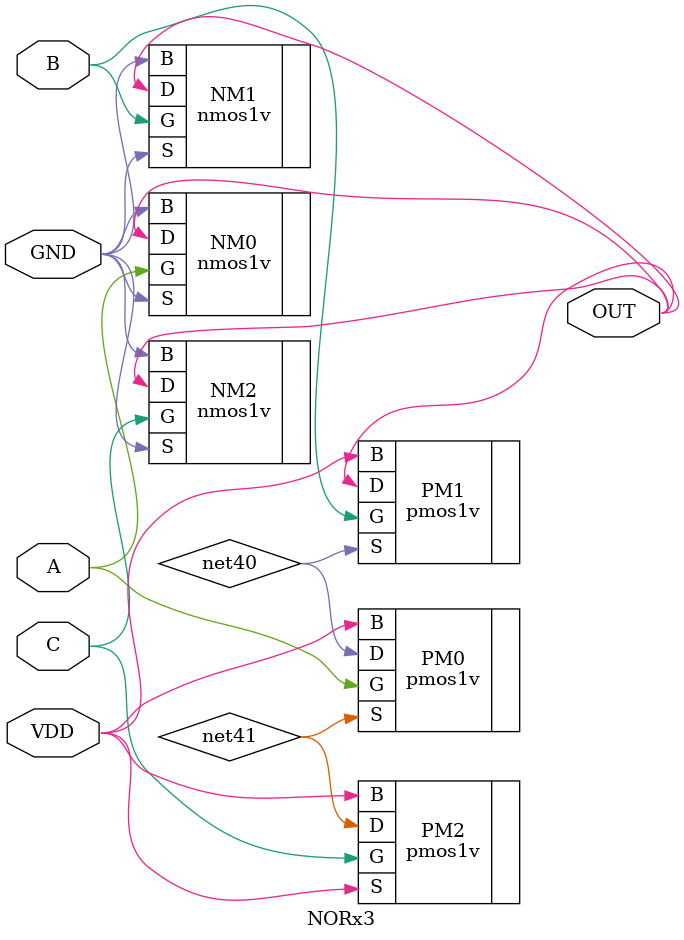
<source format=v>

module NORx3 (
B,A,GND,VDD,OUT,C );
input  B;
input  A;
input  GND;
input  VDD;
output  OUT;
input  C;
wire VDD;
wire net41;
wire C;
wire net40;
wire A;
wire OUT;
wire B;
wire GND;

nmos1v    
 NM2  ( .S( GND ), .G( C ), .B( GND ), .D( OUT ) );

nmos1v    
 NM0  ( .S( GND ), .G( A ), .B( GND ), .D( OUT ) );

nmos1v    
 NM1  ( .S( GND ), .G( B ), .B( GND ), .D( OUT ) );

pmos1v    
 PM2  ( .S( VDD ), .G( C ), .B( VDD ), .D( net41 ) );

pmos1v    
 PM0  ( .S( net41 ), .G( A ), .B( VDD ), .D( net40 ) );

pmos1v    
 PM1  ( .S( net40 ), .G( B ), .B( VDD ), .D( OUT ) );

endmodule


</source>
